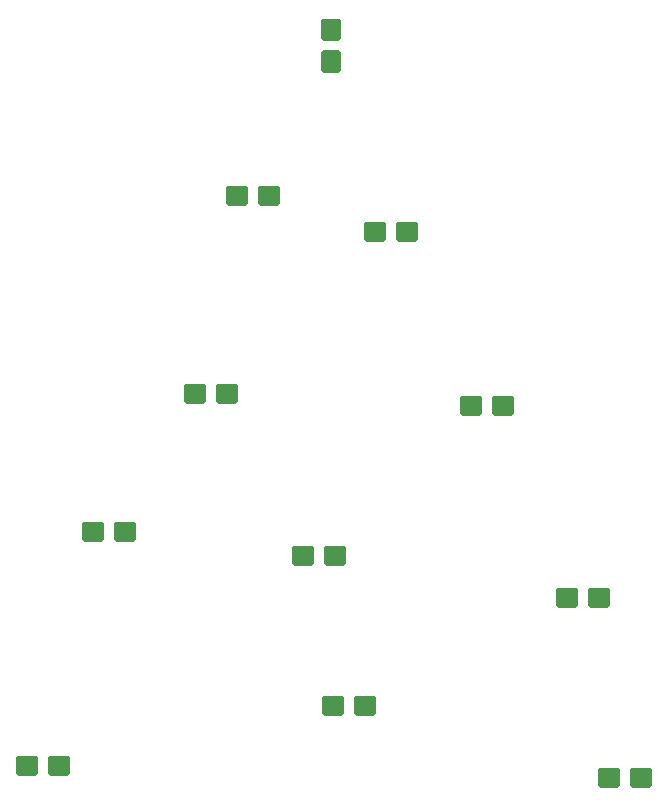
<source format=gbr>
%TF.GenerationSoftware,KiCad,Pcbnew,5.1.8-db9833491~88~ubuntu18.04.1*%
%TF.CreationDate,2020-11-25T20:35:17-08:00*%
%TF.ProjectId,xmas_ornament_2020,786d6173-5f6f-4726-9e61-6d656e745f32,rev?*%
%TF.SameCoordinates,Original*%
%TF.FileFunction,Soldermask,Top*%
%TF.FilePolarity,Negative*%
%FSLAX46Y46*%
G04 Gerber Fmt 4.6, Leading zero omitted, Abs format (unit mm)*
G04 Created by KiCad (PCBNEW 5.1.8-db9833491~88~ubuntu18.04.1) date 2020-11-25 20:35:17*
%MOMM*%
%LPD*%
G01*
G04 APERTURE LIST*
G04 APERTURE END LIST*
%TO.C,D1*%
G36*
G01*
X107936000Y-104282000D02*
X107936000Y-102982000D01*
G75*
G02*
X108136000Y-102782000I200000J0D01*
G01*
X109636000Y-102782000D01*
G75*
G02*
X109836000Y-102982000I0J-200000D01*
G01*
X109836000Y-104282000D01*
G75*
G02*
X109636000Y-104482000I-200000J0D01*
G01*
X108136000Y-104482000D01*
G75*
G02*
X107936000Y-104282000I0J200000D01*
G01*
G37*
G36*
G01*
X110636000Y-104282000D02*
X110636000Y-102982000D01*
G75*
G02*
X110836000Y-102782000I200000J0D01*
G01*
X112336000Y-102782000D01*
G75*
G02*
X112536000Y-102982000I0J-200000D01*
G01*
X112536000Y-104282000D01*
G75*
G02*
X112336000Y-104482000I-200000J0D01*
G01*
X110836000Y-104482000D01*
G75*
G02*
X110636000Y-104282000I0J200000D01*
G01*
G37*
%TD*%
%TO.C,D2*%
G36*
G01*
X76440000Y-87010000D02*
X76440000Y-85710000D01*
G75*
G02*
X76640000Y-85510000I200000J0D01*
G01*
X78140000Y-85510000D01*
G75*
G02*
X78340000Y-85710000I0J-200000D01*
G01*
X78340000Y-87010000D01*
G75*
G02*
X78140000Y-87210000I-200000J0D01*
G01*
X76640000Y-87210000D01*
G75*
G02*
X76440000Y-87010000I0J200000D01*
G01*
G37*
G36*
G01*
X79140000Y-87010000D02*
X79140000Y-85710000D01*
G75*
G02*
X79340000Y-85510000I200000J0D01*
G01*
X80840000Y-85510000D01*
G75*
G02*
X81040000Y-85710000I0J-200000D01*
G01*
X81040000Y-87010000D01*
G75*
G02*
X80840000Y-87210000I-200000J0D01*
G01*
X79340000Y-87210000D01*
G75*
G02*
X79140000Y-87010000I0J200000D01*
G01*
G37*
%TD*%
%TO.C,D3*%
G36*
G01*
X91680000Y-73294000D02*
X91680000Y-71994000D01*
G75*
G02*
X91880000Y-71794000I200000J0D01*
G01*
X93380000Y-71794000D01*
G75*
G02*
X93580000Y-71994000I0J-200000D01*
G01*
X93580000Y-73294000D01*
G75*
G02*
X93380000Y-73494000I-200000J0D01*
G01*
X91880000Y-73494000D01*
G75*
G02*
X91680000Y-73294000I0J200000D01*
G01*
G37*
G36*
G01*
X94380000Y-73294000D02*
X94380000Y-71994000D01*
G75*
G02*
X94580000Y-71794000I200000J0D01*
G01*
X96080000Y-71794000D01*
G75*
G02*
X96280000Y-71994000I0J-200000D01*
G01*
X96280000Y-73294000D01*
G75*
G02*
X96080000Y-73494000I-200000J0D01*
G01*
X94580000Y-73494000D01*
G75*
G02*
X94380000Y-73294000I0J200000D01*
G01*
G37*
%TD*%
%TO.C,D4*%
G36*
G01*
X62216000Y-118506000D02*
X62216000Y-117206000D01*
G75*
G02*
X62416000Y-117006000I200000J0D01*
G01*
X63916000Y-117006000D01*
G75*
G02*
X64116000Y-117206000I0J-200000D01*
G01*
X64116000Y-118506000D01*
G75*
G02*
X63916000Y-118706000I-200000J0D01*
G01*
X62416000Y-118706000D01*
G75*
G02*
X62216000Y-118506000I0J200000D01*
G01*
G37*
G36*
G01*
X64916000Y-118506000D02*
X64916000Y-117206000D01*
G75*
G02*
X65116000Y-117006000I200000J0D01*
G01*
X66616000Y-117006000D01*
G75*
G02*
X66816000Y-117206000I0J-200000D01*
G01*
X66816000Y-118506000D01*
G75*
G02*
X66616000Y-118706000I-200000J0D01*
G01*
X65116000Y-118706000D01*
G75*
G02*
X64916000Y-118506000I0J200000D01*
G01*
G37*
%TD*%
%TO.C,D5*%
G36*
G01*
X85584000Y-100726000D02*
X85584000Y-99426000D01*
G75*
G02*
X85784000Y-99226000I200000J0D01*
G01*
X87284000Y-99226000D01*
G75*
G02*
X87484000Y-99426000I0J-200000D01*
G01*
X87484000Y-100726000D01*
G75*
G02*
X87284000Y-100926000I-200000J0D01*
G01*
X85784000Y-100926000D01*
G75*
G02*
X85584000Y-100726000I0J200000D01*
G01*
G37*
G36*
G01*
X88284000Y-100726000D02*
X88284000Y-99426000D01*
G75*
G02*
X88484000Y-99226000I200000J0D01*
G01*
X89984000Y-99226000D01*
G75*
G02*
X90184000Y-99426000I0J-200000D01*
G01*
X90184000Y-100726000D01*
G75*
G02*
X89984000Y-100926000I-200000J0D01*
G01*
X88484000Y-100926000D01*
G75*
G02*
X88284000Y-100726000I0J200000D01*
G01*
G37*
%TD*%
%TO.C,D6*%
G36*
G01*
X79996000Y-70246000D02*
X79996000Y-68946000D01*
G75*
G02*
X80196000Y-68746000I200000J0D01*
G01*
X81696000Y-68746000D01*
G75*
G02*
X81896000Y-68946000I0J-200000D01*
G01*
X81896000Y-70246000D01*
G75*
G02*
X81696000Y-70446000I-200000J0D01*
G01*
X80196000Y-70446000D01*
G75*
G02*
X79996000Y-70246000I0J200000D01*
G01*
G37*
G36*
G01*
X82696000Y-70246000D02*
X82696000Y-68946000D01*
G75*
G02*
X82896000Y-68746000I200000J0D01*
G01*
X84396000Y-68746000D01*
G75*
G02*
X84596000Y-68946000I0J-200000D01*
G01*
X84596000Y-70246000D01*
G75*
G02*
X84396000Y-70446000I-200000J0D01*
G01*
X82896000Y-70446000D01*
G75*
G02*
X82696000Y-70246000I0J200000D01*
G01*
G37*
%TD*%
%TO.C,D7*%
G36*
G01*
X99808000Y-88026000D02*
X99808000Y-86726000D01*
G75*
G02*
X100008000Y-86526000I200000J0D01*
G01*
X101508000Y-86526000D01*
G75*
G02*
X101708000Y-86726000I0J-200000D01*
G01*
X101708000Y-88026000D01*
G75*
G02*
X101508000Y-88226000I-200000J0D01*
G01*
X100008000Y-88226000D01*
G75*
G02*
X99808000Y-88026000I0J200000D01*
G01*
G37*
G36*
G01*
X102508000Y-88026000D02*
X102508000Y-86726000D01*
G75*
G02*
X102708000Y-86526000I200000J0D01*
G01*
X104208000Y-86526000D01*
G75*
G02*
X104408000Y-86726000I0J-200000D01*
G01*
X104408000Y-88026000D01*
G75*
G02*
X104208000Y-88226000I-200000J0D01*
G01*
X102708000Y-88226000D01*
G75*
G02*
X102508000Y-88026000I0J200000D01*
G01*
G37*
%TD*%
%TO.C,D8*%
G36*
G01*
X88124000Y-113426000D02*
X88124000Y-112126000D01*
G75*
G02*
X88324000Y-111926000I200000J0D01*
G01*
X89824000Y-111926000D01*
G75*
G02*
X90024000Y-112126000I0J-200000D01*
G01*
X90024000Y-113426000D01*
G75*
G02*
X89824000Y-113626000I-200000J0D01*
G01*
X88324000Y-113626000D01*
G75*
G02*
X88124000Y-113426000I0J200000D01*
G01*
G37*
G36*
G01*
X90824000Y-113426000D02*
X90824000Y-112126000D01*
G75*
G02*
X91024000Y-111926000I200000J0D01*
G01*
X92524000Y-111926000D01*
G75*
G02*
X92724000Y-112126000I0J-200000D01*
G01*
X92724000Y-113426000D01*
G75*
G02*
X92524000Y-113626000I-200000J0D01*
G01*
X91024000Y-113626000D01*
G75*
G02*
X90824000Y-113426000I0J200000D01*
G01*
G37*
%TD*%
%TO.C,D9*%
G36*
G01*
X111492000Y-119522000D02*
X111492000Y-118222000D01*
G75*
G02*
X111692000Y-118022000I200000J0D01*
G01*
X113192000Y-118022000D01*
G75*
G02*
X113392000Y-118222000I0J-200000D01*
G01*
X113392000Y-119522000D01*
G75*
G02*
X113192000Y-119722000I-200000J0D01*
G01*
X111692000Y-119722000D01*
G75*
G02*
X111492000Y-119522000I0J200000D01*
G01*
G37*
G36*
G01*
X114192000Y-119522000D02*
X114192000Y-118222000D01*
G75*
G02*
X114392000Y-118022000I200000J0D01*
G01*
X115892000Y-118022000D01*
G75*
G02*
X116092000Y-118222000I0J-200000D01*
G01*
X116092000Y-119522000D01*
G75*
G02*
X115892000Y-119722000I-200000J0D01*
G01*
X114392000Y-119722000D01*
G75*
G02*
X114192000Y-119522000I0J200000D01*
G01*
G37*
%TD*%
%TO.C,D10*%
G36*
G01*
X67804000Y-98694000D02*
X67804000Y-97394000D01*
G75*
G02*
X68004000Y-97194000I200000J0D01*
G01*
X69504000Y-97194000D01*
G75*
G02*
X69704000Y-97394000I0J-200000D01*
G01*
X69704000Y-98694000D01*
G75*
G02*
X69504000Y-98894000I-200000J0D01*
G01*
X68004000Y-98894000D01*
G75*
G02*
X67804000Y-98694000I0J200000D01*
G01*
G37*
G36*
G01*
X70504000Y-98694000D02*
X70504000Y-97394000D01*
G75*
G02*
X70704000Y-97194000I200000J0D01*
G01*
X72204000Y-97194000D01*
G75*
G02*
X72404000Y-97394000I0J-200000D01*
G01*
X72404000Y-98694000D01*
G75*
G02*
X72204000Y-98894000I-200000J0D01*
G01*
X70704000Y-98894000D01*
G75*
G02*
X70504000Y-98694000I0J200000D01*
G01*
G37*
%TD*%
%TO.C,D11*%
G36*
G01*
X89550000Y-59196000D02*
X88250000Y-59196000D01*
G75*
G02*
X88050000Y-58996000I0J200000D01*
G01*
X88050000Y-57496000D01*
G75*
G02*
X88250000Y-57296000I200000J0D01*
G01*
X89550000Y-57296000D01*
G75*
G02*
X89750000Y-57496000I0J-200000D01*
G01*
X89750000Y-58996000D01*
G75*
G02*
X89550000Y-59196000I-200000J0D01*
G01*
G37*
G36*
G01*
X89550000Y-56496000D02*
X88250000Y-56496000D01*
G75*
G02*
X88050000Y-56296000I0J200000D01*
G01*
X88050000Y-54796000D01*
G75*
G02*
X88250000Y-54596000I200000J0D01*
G01*
X89550000Y-54596000D01*
G75*
G02*
X89750000Y-54796000I0J-200000D01*
G01*
X89750000Y-56296000D01*
G75*
G02*
X89550000Y-56496000I-200000J0D01*
G01*
G37*
%TD*%
M02*

</source>
